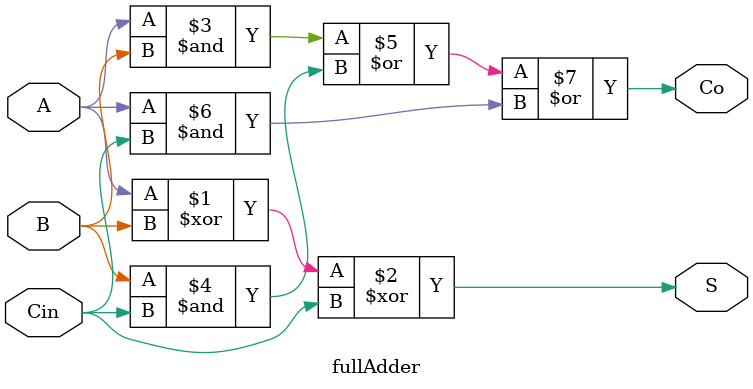
<source format=v>
`timescale 1ns / 1ps

module fullAdder(
    input A,
    input B,
    input Cin,
    output S,
    output Co
    );
    
    assign S = A^B^Cin;
    assign Co = A&B | B&Cin | A&Cin;
endmodule

</source>
